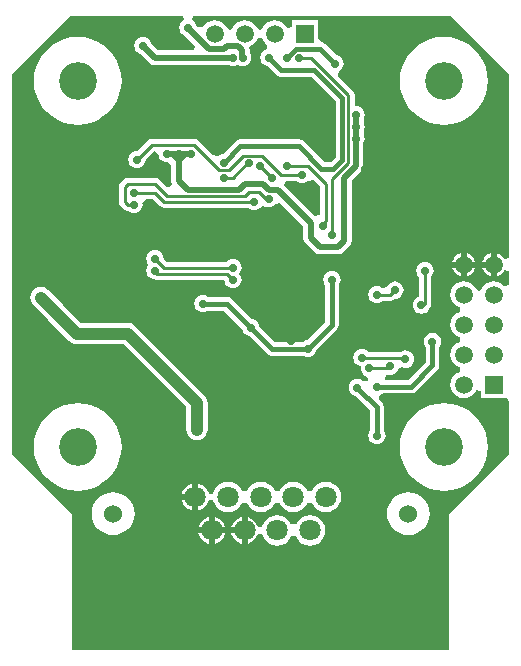
<source format=gbl>
G04*
G04 #@! TF.GenerationSoftware,Altium Limited,Altium Designer,20.0.13 (296)*
G04*
G04 Layer_Physical_Order=2*
G04 Layer_Color=16711680*
%FSLAX25Y25*%
%MOIN*%
G70*
G01*
G75*
%ADD11C,0.01000*%
%ADD12C,0.02000*%
%ADD73C,0.01500*%
%ADD74C,0.04000*%
%ADD75C,0.01700*%
%ADD76C,0.05906*%
%ADD77R,0.05906X0.05906*%
%ADD78C,0.07087*%
%ADD79C,0.06000*%
%ADD80R,0.05906X0.05906*%
%ADD81C,0.02756*%
%ADD82C,0.03150*%
%ADD83C,0.12598*%
G36*
X166000Y146500D02*
Y85178D01*
X164500Y84879D01*
X164453Y84993D01*
X163819Y85819D01*
X162993Y86453D01*
X162032Y86851D01*
X162000Y86855D01*
Y83000D01*
Y79145D01*
X162032Y79149D01*
X162993Y79547D01*
X163819Y80181D01*
X164453Y81007D01*
X164500Y81121D01*
X166000Y80822D01*
Y76262D01*
X164500Y75753D01*
X164176Y76176D01*
X163246Y76889D01*
X162162Y77338D01*
X161000Y77491D01*
X159838Y77338D01*
X158754Y76889D01*
X157824Y76176D01*
X157111Y75246D01*
X156777Y74441D01*
X156112Y74312D01*
X155888D01*
X155223Y74441D01*
X154890Y75246D01*
X154176Y76176D01*
X153246Y76889D01*
X152162Y77338D01*
X151000Y77491D01*
X149838Y77338D01*
X148754Y76889D01*
X147824Y76176D01*
X147110Y75246D01*
X146662Y74162D01*
X146509Y73000D01*
X146662Y71838D01*
X147110Y70754D01*
X147824Y69824D01*
X148754Y69111D01*
X149559Y68777D01*
X149688Y68112D01*
Y67888D01*
X149559Y67223D01*
X148754Y66890D01*
X147824Y66176D01*
X147110Y65246D01*
X146662Y64162D01*
X146509Y63000D01*
X146662Y61838D01*
X147110Y60754D01*
X147824Y59824D01*
X148754Y59110D01*
X149559Y58777D01*
X149688Y58112D01*
Y57888D01*
X149559Y57223D01*
X148754Y56889D01*
X147824Y56176D01*
X147110Y55246D01*
X146662Y54162D01*
X146509Y53000D01*
X146662Y51838D01*
X147110Y50754D01*
X147824Y49824D01*
X148754Y49110D01*
X149559Y48777D01*
X149688Y48112D01*
Y47888D01*
X149559Y47223D01*
X148754Y46889D01*
X147824Y46176D01*
X147110Y45246D01*
X146662Y44162D01*
X146509Y43000D01*
X146662Y41838D01*
X147110Y40754D01*
X147824Y39824D01*
X148754Y39110D01*
X149838Y38662D01*
X151000Y38509D01*
X152162Y38662D01*
X153246Y39110D01*
X154176Y39824D01*
X154890Y40754D01*
X155047Y41135D01*
X156547Y40837D01*
Y38547D01*
X164500D01*
X165453Y38547D01*
X166000Y37274D01*
Y20000D01*
X146000Y0D01*
Y-45500D01*
X20500D01*
Y0D01*
X500Y20000D01*
Y146500D01*
X20000Y166000D01*
X57217D01*
X57539Y164558D01*
X57530Y164500D01*
X56947Y164053D01*
X56486Y163451D01*
X56196Y162751D01*
X56097Y162000D01*
X56196Y161249D01*
X56486Y160549D01*
X56947Y159947D01*
X57549Y159486D01*
X58164Y159231D01*
X61460Y155935D01*
X60886Y154549D01*
X49056D01*
X46769Y156836D01*
X46514Y157451D01*
X46053Y158053D01*
X45451Y158514D01*
X44751Y158804D01*
X44000Y158903D01*
X43249Y158804D01*
X42549Y158514D01*
X41947Y158053D01*
X41486Y157451D01*
X41196Y156751D01*
X41097Y156000D01*
X41196Y155249D01*
X41486Y154549D01*
X41947Y153947D01*
X42549Y153486D01*
X43164Y153231D01*
X46198Y150198D01*
X47025Y149645D01*
X48000Y149451D01*
X72633D01*
X73249Y149196D01*
X74000Y149097D01*
X74751Y149196D01*
X75451Y149486D01*
X75628Y149622D01*
X75805Y149486D01*
X76505Y149196D01*
X77256Y149097D01*
X78007Y149196D01*
X78707Y149486D01*
X79308Y149947D01*
X79770Y150549D01*
X80060Y151249D01*
X80159Y152000D01*
X80060Y152751D01*
X79770Y153451D01*
X79660Y153594D01*
Y154592D01*
X79466Y155567D01*
X79543Y155819D01*
X80246Y156111D01*
X81176Y156824D01*
X81889Y157754D01*
X82223Y158559D01*
X82888Y158688D01*
X83112D01*
X83777Y158559D01*
X84110Y157754D01*
X84824Y156824D01*
X85451Y156343D01*
X85304Y155114D01*
X85144Y154761D01*
X84549Y154514D01*
X83947Y154053D01*
X83486Y153451D01*
X83196Y152751D01*
X83097Y152000D01*
X83196Y151249D01*
X83486Y150549D01*
X83947Y149947D01*
X84549Y149486D01*
X85249Y149196D01*
X85607Y149149D01*
X88378Y146378D01*
X89122Y145880D01*
X90000Y145706D01*
X100050D01*
X108206Y137550D01*
Y118950D01*
X106550Y117294D01*
X104450D01*
X97622Y124122D01*
X96878Y124619D01*
X96000Y124794D01*
X76500D01*
X75622Y124619D01*
X74878Y124122D01*
X70607Y119851D01*
X70249Y119804D01*
X69549Y119514D01*
X68947Y119053D01*
X67393Y119491D01*
X62442Y124442D01*
X61780Y124884D01*
X61000Y125039D01*
X47000D01*
X46220Y124884D01*
X45558Y124442D01*
X42017Y120901D01*
X42000Y120903D01*
X41249Y120804D01*
X40549Y120514D01*
X39947Y120053D01*
X39486Y119451D01*
X39196Y118751D01*
X39097Y118000D01*
X39196Y117249D01*
X39486Y116549D01*
X39947Y115947D01*
X40549Y115486D01*
X41249Y115196D01*
X42000Y115097D01*
X42751Y115196D01*
X43451Y115486D01*
X44053Y115947D01*
X44514Y116549D01*
X44804Y117249D01*
X44903Y118000D01*
X44901Y118017D01*
X47690Y120807D01*
X48159Y120720D01*
X49097Y120000D01*
X49196Y119249D01*
X49486Y118549D01*
X49947Y117947D01*
X50549Y117486D01*
X51249Y117196D01*
X52000Y117097D01*
X52015Y117099D01*
X53330Y116092D01*
X53451Y115862D01*
Y111000D01*
X53645Y110025D01*
X52600Y108888D01*
X52107Y108777D01*
X49442Y111442D01*
X48780Y111884D01*
X48000Y112039D01*
X39000D01*
X38220Y111884D01*
X37558Y111442D01*
X36558Y110442D01*
X36116Y109780D01*
X35961Y109000D01*
Y104000D01*
X36116Y103220D01*
X36558Y102558D01*
X37523Y101593D01*
X38185Y101151D01*
X38900Y101009D01*
X38947Y100947D01*
X39549Y100486D01*
X40249Y100196D01*
X41000Y100097D01*
X41751Y100196D01*
X42451Y100486D01*
X43053Y100947D01*
X43514Y101549D01*
X43804Y102249D01*
X43903Y103000D01*
X43842Y103461D01*
X44261Y104243D01*
X44927Y104961D01*
X47155D01*
X49558Y102558D01*
X50220Y102116D01*
X51000Y101961D01*
X78937D01*
X78947Y101947D01*
X79549Y101486D01*
X80249Y101196D01*
X81000Y101097D01*
X81751Y101196D01*
X82451Y101486D01*
X83053Y101947D01*
X83580Y102537D01*
X85029Y102287D01*
X85249Y102196D01*
X86000Y102097D01*
X86751Y102196D01*
X87451Y102486D01*
X88053Y102947D01*
X88171Y103102D01*
X89610Y103402D01*
X90052Y103343D01*
X97451Y95944D01*
Y92000D01*
X97645Y91025D01*
X98198Y90198D01*
X101198Y87198D01*
X102024Y86645D01*
X103000Y86451D01*
X109000D01*
X109976Y86645D01*
X110802Y87198D01*
X112802Y89198D01*
X113355Y90025D01*
X113549Y91000D01*
Y110944D01*
X116707Y114102D01*
X117259Y114929D01*
X117453Y115904D01*
Y123470D01*
X117514Y123549D01*
X117804Y124249D01*
X117903Y125000D01*
X117804Y125751D01*
X117549Y126367D01*
Y127633D01*
X117804Y128249D01*
X117903Y129000D01*
X117804Y129751D01*
X117549Y130367D01*
Y131633D01*
X117804Y132249D01*
X117903Y133000D01*
X117804Y133751D01*
X117514Y134451D01*
X117053Y135053D01*
X116451Y135514D01*
X115751Y135804D01*
X115000Y135903D01*
X114539Y136307D01*
Y139500D01*
X114384Y140280D01*
X113942Y140942D01*
X109091Y145792D01*
X109080Y145839D01*
X109450Y147479D01*
X109490Y147515D01*
X110053Y147947D01*
X110514Y148549D01*
X110804Y149249D01*
X110903Y150000D01*
X110804Y150751D01*
X110514Y151451D01*
X110053Y152053D01*
X109451Y152514D01*
X108751Y152804D01*
X108559Y152829D01*
X104694Y156694D01*
X103917Y157214D01*
X103000Y157396D01*
X102453Y158697D01*
Y164453D01*
X93547D01*
Y162163D01*
X92047Y161865D01*
X91890Y162246D01*
X91176Y163176D01*
X90246Y163890D01*
X89162Y164338D01*
X88000Y164491D01*
X86838Y164338D01*
X85754Y163890D01*
X84824Y163176D01*
X84110Y162246D01*
X83777Y161441D01*
X83112Y161312D01*
X82888D01*
X82223Y161441D01*
X81889Y162246D01*
X81176Y163176D01*
X80246Y163890D01*
X79162Y164338D01*
X78000Y164491D01*
X76838Y164338D01*
X75754Y163890D01*
X74824Y163176D01*
X74111Y162246D01*
X73777Y161441D01*
X73112Y161312D01*
X72888D01*
X72223Y161441D01*
X71890Y162246D01*
X71176Y163176D01*
X70246Y163890D01*
X69162Y164338D01*
X68000Y164491D01*
X66838Y164338D01*
X65754Y163890D01*
X64824Y163176D01*
X64271Y162455D01*
X63625Y162219D01*
X62450Y162155D01*
X61769Y162836D01*
X61514Y163451D01*
X61053Y164053D01*
X60470Y164500D01*
X60461Y164558D01*
X60783Y166000D01*
X146500D01*
X166000Y146500D01*
D02*
G37*
G36*
X100971Y111146D02*
X102961Y109155D01*
Y99695D01*
X102809Y99578D01*
X101461Y99144D01*
X91144Y109461D01*
X91578Y110809D01*
X91695Y110961D01*
X94937D01*
X94947Y110947D01*
X95549Y110486D01*
X96249Y110196D01*
X97000Y110097D01*
X97751Y110196D01*
X98451Y110486D01*
X99053Y110947D01*
X100700Y111220D01*
X100971Y111146D01*
D02*
G37*
%LPC*%
G36*
X144291Y158935D02*
X142001Y158755D01*
X139766Y158218D01*
X137643Y157339D01*
X135684Y156138D01*
X133937Y154646D01*
X132444Y152899D01*
X131244Y150939D01*
X130365Y148817D01*
X129828Y146582D01*
X129648Y144291D01*
X129828Y142001D01*
X130365Y139766D01*
X131244Y137643D01*
X132444Y135684D01*
X133937Y133937D01*
X135684Y132444D01*
X137643Y131244D01*
X139766Y130365D01*
X142001Y129828D01*
X144291Y129648D01*
X146582Y129828D01*
X148817Y130365D01*
X150939Y131244D01*
X152899Y132444D01*
X154646Y133937D01*
X156138Y135684D01*
X157339Y137643D01*
X158218Y139766D01*
X158755Y142001D01*
X158935Y144291D01*
X158755Y146582D01*
X158218Y148817D01*
X157339Y150939D01*
X156138Y152899D01*
X154646Y154646D01*
X152899Y156138D01*
X150939Y157339D01*
X148817Y158218D01*
X146582Y158755D01*
X144291Y158935D01*
D02*
G37*
G36*
X22244D02*
X19953Y158755D01*
X17719Y158218D01*
X15596Y157339D01*
X13637Y156138D01*
X11890Y154646D01*
X10397Y152899D01*
X9197Y150939D01*
X8317Y148817D01*
X7781Y146582D01*
X7600Y144291D01*
X7781Y142001D01*
X8317Y139766D01*
X9197Y137643D01*
X10397Y135684D01*
X11890Y133937D01*
X13637Y132444D01*
X15596Y131244D01*
X17719Y130365D01*
X19953Y129828D01*
X22244Y129648D01*
X24535Y129828D01*
X26769Y130365D01*
X28892Y131244D01*
X30851Y132444D01*
X32599Y133937D01*
X34091Y135684D01*
X35292Y137643D01*
X36171Y139766D01*
X36707Y142001D01*
X36888Y144291D01*
X36707Y146582D01*
X36171Y148817D01*
X35292Y150939D01*
X34091Y152899D01*
X32599Y154646D01*
X30851Y156138D01*
X28892Y157339D01*
X26769Y158218D01*
X24535Y158755D01*
X22244Y158935D01*
D02*
G37*
G36*
X152000Y86855D02*
Y84000D01*
X154855D01*
X154851Y84032D01*
X154453Y84993D01*
X153819Y85819D01*
X152993Y86453D01*
X152032Y86851D01*
X152000Y86855D01*
D02*
G37*
G36*
X160000D02*
X159968Y86851D01*
X159007Y86453D01*
X158181Y85819D01*
X157547Y84993D01*
X157149Y84032D01*
X157145Y84000D01*
X160000D01*
Y86855D01*
D02*
G37*
G36*
X150000D02*
X149968Y86851D01*
X149007Y86453D01*
X148181Y85819D01*
X147547Y84993D01*
X147149Y84032D01*
X147145Y84000D01*
X150000D01*
Y86855D01*
D02*
G37*
G36*
X154855Y82000D02*
X152000D01*
Y79145D01*
X152032Y79149D01*
X152993Y79547D01*
X153819Y80181D01*
X154453Y81007D01*
X154851Y81968D01*
X154855Y82000D01*
D02*
G37*
G36*
X160000D02*
X157145D01*
X157149Y81968D01*
X157547Y81007D01*
X158181Y80181D01*
X159007Y79547D01*
X159968Y79149D01*
X160000Y79145D01*
Y82000D01*
D02*
G37*
G36*
X150000D02*
X147145D01*
X147149Y81968D01*
X147547Y81007D01*
X148181Y80181D01*
X149007Y79547D01*
X149968Y79149D01*
X150000Y79145D01*
Y82000D01*
D02*
G37*
G36*
X128000Y77403D02*
X127249Y77304D01*
X126549Y77014D01*
X125947Y76553D01*
X125486Y75951D01*
X125345Y75610D01*
X125282Y75583D01*
X124104Y75307D01*
X123693Y75328D01*
X123451Y75514D01*
X122751Y75804D01*
X122000Y75903D01*
X121249Y75804D01*
X120549Y75514D01*
X119947Y75053D01*
X119486Y74451D01*
X119196Y73751D01*
X119097Y73000D01*
X119196Y72249D01*
X119486Y71549D01*
X119947Y70947D01*
X120549Y70486D01*
X121249Y70196D01*
X122000Y70097D01*
X122751Y70196D01*
X123451Y70486D01*
X124053Y70947D01*
X124063Y70961D01*
X126500D01*
X127280Y71116D01*
X127942Y71558D01*
X127983Y71599D01*
X128000Y71597D01*
X128751Y71696D01*
X129451Y71986D01*
X130053Y72447D01*
X130514Y73049D01*
X130804Y73749D01*
X130903Y74500D01*
X130804Y75251D01*
X130514Y75951D01*
X130053Y76553D01*
X129451Y77014D01*
X128751Y77304D01*
X128000Y77403D01*
D02*
G37*
G36*
X48000Y87903D02*
X47249Y87804D01*
X46549Y87514D01*
X45947Y87053D01*
X45486Y86451D01*
X45196Y85751D01*
X45097Y85000D01*
X45196Y84249D01*
X45486Y83549D01*
X45907Y83000D01*
X45486Y82451D01*
X45196Y81751D01*
X45097Y81000D01*
X45196Y80249D01*
X45486Y79549D01*
X45947Y78947D01*
X46549Y78486D01*
X47249Y78196D01*
X47793Y78124D01*
X47805Y78116D01*
X48586Y77961D01*
X71085D01*
X71105Y77941D01*
X71196Y77249D01*
X71486Y76549D01*
X71947Y75947D01*
X72549Y75486D01*
X73249Y75196D01*
X74000Y75097D01*
X74751Y75196D01*
X75451Y75486D01*
X76053Y75947D01*
X76514Y76549D01*
X76804Y77249D01*
X76903Y78000D01*
X76804Y78751D01*
X76514Y79451D01*
X76093Y80000D01*
X76514Y80549D01*
X76804Y81249D01*
X76903Y82000D01*
X76804Y82751D01*
X76514Y83451D01*
X76053Y84053D01*
X75451Y84514D01*
X74751Y84804D01*
X74000Y84903D01*
X73249Y84804D01*
X72549Y84514D01*
X71947Y84053D01*
X71937Y84039D01*
X51956D01*
X50903Y85000D01*
X50804Y85751D01*
X50514Y86451D01*
X50053Y87053D01*
X49451Y87514D01*
X48751Y87804D01*
X48000Y87903D01*
D02*
G37*
G36*
X138000Y83903D02*
X137249Y83804D01*
X136549Y83514D01*
X135947Y83053D01*
X135486Y82451D01*
X135196Y81751D01*
X135097Y81000D01*
X135196Y80249D01*
X135486Y79549D01*
X135947Y78947D01*
X135961Y78937D01*
Y72312D01*
X135356Y72061D01*
X134755Y71600D01*
X134293Y70999D01*
X134003Y70298D01*
X133904Y69547D01*
X134003Y68796D01*
X134293Y68096D01*
X134755Y67495D01*
X135356Y67033D01*
X136056Y66743D01*
X136807Y66645D01*
X137558Y66743D01*
X138259Y67033D01*
X138860Y67495D01*
X139321Y68096D01*
X139611Y68796D01*
X139613Y68815D01*
X139884Y69220D01*
X140039Y70000D01*
Y78937D01*
X140053Y78947D01*
X140514Y79549D01*
X140804Y80249D01*
X140903Y81000D01*
X140804Y81751D01*
X140514Y82451D01*
X140053Y83053D01*
X139451Y83514D01*
X138751Y83804D01*
X138000Y83903D01*
D02*
G37*
G36*
X107000Y80903D02*
X106249Y80804D01*
X105549Y80514D01*
X104947Y80053D01*
X104486Y79451D01*
X104196Y78751D01*
X104097Y78000D01*
X104196Y77249D01*
X104486Y76549D01*
X104706Y76262D01*
Y63950D01*
X98607Y57851D01*
X98249Y57804D01*
X97549Y57514D01*
X97262Y57294D01*
X87950D01*
X82851Y62393D01*
X82804Y62751D01*
X82514Y63451D01*
X82053Y64053D01*
X81451Y64514D01*
X80751Y64804D01*
X80393Y64851D01*
X73622Y71622D01*
X72878Y72119D01*
X72000Y72294D01*
X65738D01*
X65451Y72514D01*
X64751Y72804D01*
X64000Y72903D01*
X63249Y72804D01*
X62549Y72514D01*
X61947Y72053D01*
X61486Y71451D01*
X61196Y70751D01*
X61097Y70000D01*
X61196Y69249D01*
X61486Y68549D01*
X61947Y67947D01*
X62549Y67486D01*
X63249Y67196D01*
X64000Y67097D01*
X64751Y67196D01*
X65451Y67486D01*
X65738Y67706D01*
X71050D01*
X77149Y61607D01*
X77196Y61249D01*
X77486Y60549D01*
X77947Y59947D01*
X78549Y59486D01*
X79249Y59196D01*
X79607Y59149D01*
X85378Y53378D01*
X86122Y52881D01*
X87000Y52706D01*
X97262D01*
X97549Y52486D01*
X98249Y52196D01*
X99000Y52097D01*
X99751Y52196D01*
X100451Y52486D01*
X101053Y52947D01*
X101514Y53549D01*
X101804Y54249D01*
X101851Y54607D01*
X108622Y61378D01*
X109119Y62122D01*
X109294Y63000D01*
Y76262D01*
X109514Y76549D01*
X109804Y77249D01*
X109903Y78000D01*
X109804Y78751D01*
X109514Y79451D01*
X109053Y80053D01*
X108451Y80514D01*
X107751Y80804D01*
X107000Y80903D01*
D02*
G37*
G36*
X140500Y60198D02*
X139749Y60099D01*
X139049Y59809D01*
X138447Y59347D01*
X137986Y58746D01*
X137696Y58046D01*
X137597Y57295D01*
X137696Y56543D01*
X137986Y55843D01*
X138206Y55557D01*
Y50450D01*
X132404Y44648D01*
X124831D01*
X124579Y44927D01*
X125000Y46180D01*
X125315Y46349D01*
X125560Y46248D01*
X126311Y46149D01*
X127063Y46248D01*
X127763Y46538D01*
X128364Y46999D01*
X128825Y47600D01*
X128962Y47929D01*
X129430Y48385D01*
X130684Y48723D01*
X130749Y48696D01*
X131500Y48597D01*
X132251Y48696D01*
X132951Y48986D01*
X133553Y49447D01*
X134014Y50049D01*
X134304Y50749D01*
X134403Y51500D01*
X134304Y52251D01*
X134014Y52951D01*
X133553Y53553D01*
X132951Y54014D01*
X132251Y54304D01*
X131500Y54403D01*
X130749Y54304D01*
X130110Y54039D01*
X119063D01*
X119053Y54053D01*
X118451Y54514D01*
X117751Y54804D01*
X117000Y54903D01*
X116249Y54804D01*
X115549Y54514D01*
X114947Y54053D01*
X114486Y53451D01*
X114196Y52751D01*
X114097Y52000D01*
X114196Y51249D01*
X114486Y50549D01*
X114947Y49947D01*
X115549Y49486D01*
X116249Y49196D01*
X116681Y49139D01*
X116597Y48500D01*
X116696Y47749D01*
X116986Y47049D01*
X117447Y46447D01*
X118049Y45986D01*
X118383Y45848D01*
X118922Y44765D01*
X119006Y44315D01*
X118126Y44156D01*
X117339Y44216D01*
X116951Y44514D01*
X116251Y44804D01*
X115500Y44903D01*
X114749Y44804D01*
X114049Y44514D01*
X113447Y44053D01*
X112986Y43451D01*
X112696Y42751D01*
X112597Y42000D01*
X112696Y41249D01*
X112986Y40549D01*
X113447Y39947D01*
X114049Y39486D01*
X114749Y39196D01*
X115107Y39149D01*
X119706Y34550D01*
Y27738D01*
X119486Y27451D01*
X119196Y26751D01*
X119097Y26000D01*
X119196Y25249D01*
X119486Y24549D01*
X119947Y23947D01*
X120549Y23486D01*
X121249Y23196D01*
X122000Y23097D01*
X122751Y23196D01*
X123451Y23486D01*
X124053Y23947D01*
X124514Y24549D01*
X124804Y25249D01*
X124903Y26000D01*
X124804Y26751D01*
X124514Y27451D01*
X124294Y27738D01*
Y35500D01*
X124119Y36378D01*
X123622Y37122D01*
X122729Y38015D01*
X122806Y38722D01*
X123193Y39673D01*
X123597Y39840D01*
X123883Y40060D01*
X133354D01*
X134232Y40235D01*
X134976Y40732D01*
X142122Y47878D01*
X142620Y48622D01*
X142794Y49500D01*
Y55557D01*
X143014Y55843D01*
X143304Y56543D01*
X143403Y57295D01*
X143304Y58046D01*
X143014Y58746D01*
X142553Y59347D01*
X141951Y59809D01*
X141251Y60099D01*
X140500Y60198D01*
D02*
G37*
G36*
X10000Y75530D02*
X9086Y75410D01*
X8235Y75057D01*
X7504Y74496D01*
X6943Y73765D01*
X6590Y72914D01*
X6470Y72000D01*
X6590Y71086D01*
X6943Y70235D01*
X7504Y69504D01*
X10254Y66754D01*
X12504Y64504D01*
X19504Y57504D01*
X19504Y57504D01*
X20235Y56943D01*
X21086Y56590D01*
X22000Y56470D01*
X37538D01*
X58470Y35538D01*
Y31000D01*
Y28000D01*
X58590Y27086D01*
X58943Y26235D01*
X59504Y25504D01*
X60235Y24943D01*
X61086Y24590D01*
X62000Y24470D01*
X62914Y24590D01*
X63765Y24943D01*
X64496Y25504D01*
X65057Y26235D01*
X65410Y27086D01*
X65530Y28000D01*
Y31000D01*
Y34000D01*
Y37000D01*
X65410Y37914D01*
X65057Y38765D01*
X64496Y39496D01*
X41496Y62496D01*
X40765Y63057D01*
X39914Y63410D01*
X39000Y63530D01*
X23462D01*
X17496Y69496D01*
X15246Y71746D01*
X12496Y74496D01*
X11765Y75057D01*
X10914Y75410D01*
X10000Y75530D01*
D02*
G37*
G36*
X104968Y10687D02*
X103651Y10514D01*
X102424Y10005D01*
X101371Y9197D01*
X100562Y8143D01*
X100380Y7702D01*
X98756D01*
X98573Y8143D01*
X97765Y9197D01*
X96711Y10005D01*
X95484Y10514D01*
X94168Y10687D01*
X92851Y10514D01*
X91624Y10005D01*
X90571Y9197D01*
X89762Y8143D01*
X89530Y7581D01*
X87906D01*
X87673Y8143D01*
X86865Y9197D01*
X85811Y10005D01*
X84584Y10514D01*
X83268Y10687D01*
X81951Y10514D01*
X80724Y10005D01*
X79671Y9197D01*
X78862Y8143D01*
X78629Y7581D01*
X77006D01*
X76773Y8143D01*
X75965Y9197D01*
X74911Y10005D01*
X73684Y10514D01*
X72368Y10687D01*
X71051Y10514D01*
X69824Y10005D01*
X68771Y9197D01*
X67962Y8143D01*
X67454Y6917D01*
X67422Y6672D01*
X65909Y6672D01*
X65894Y6786D01*
X65436Y7891D01*
X64708Y8840D01*
X63759Y9569D01*
X62654Y10026D01*
X62468Y10051D01*
Y5600D01*
Y1149D01*
X62654Y1174D01*
X63759Y1631D01*
X64708Y2360D01*
X65436Y3309D01*
X65894Y4414D01*
X65909Y4528D01*
X67422Y4528D01*
X67454Y4283D01*
X67962Y3057D01*
X68771Y2003D01*
X69824Y1195D01*
X71051Y686D01*
X72368Y513D01*
X73684Y686D01*
X74911Y1195D01*
X75965Y2003D01*
X76773Y3057D01*
X77006Y3619D01*
X78629D01*
X78862Y3057D01*
X79671Y2003D01*
X80724Y1195D01*
X81951Y686D01*
X83268Y513D01*
X84584Y686D01*
X85811Y1195D01*
X86865Y2003D01*
X87673Y3057D01*
X87906Y3619D01*
X89530D01*
X89762Y3057D01*
X90571Y2003D01*
X91624Y1195D01*
X92851Y686D01*
X94168Y513D01*
X95484Y686D01*
X96711Y1195D01*
X97765Y2003D01*
X98573Y3057D01*
X98756Y3498D01*
X100380D01*
X100562Y3057D01*
X101371Y2003D01*
X102424Y1195D01*
X103651Y686D01*
X104968Y513D01*
X106284Y686D01*
X107511Y1195D01*
X108565Y2003D01*
X109373Y3057D01*
X109881Y4283D01*
X110055Y5600D01*
X109881Y6917D01*
X109373Y8143D01*
X108565Y9197D01*
X107511Y10005D01*
X106284Y10514D01*
X104968Y10687D01*
D02*
G37*
G36*
X144291Y36888D02*
X142001Y36707D01*
X139766Y36171D01*
X137643Y35292D01*
X135684Y34091D01*
X133937Y32599D01*
X132444Y30851D01*
X131244Y28892D01*
X130365Y26769D01*
X129828Y24535D01*
X129648Y22244D01*
X129828Y19953D01*
X130365Y17719D01*
X131244Y15596D01*
X132444Y13637D01*
X133937Y11890D01*
X135684Y10397D01*
X137643Y9197D01*
X139766Y8317D01*
X142001Y7781D01*
X144291Y7600D01*
X146582Y7781D01*
X148817Y8317D01*
X150939Y9197D01*
X152899Y10397D01*
X154646Y11890D01*
X156138Y13637D01*
X157339Y15596D01*
X158218Y17719D01*
X158755Y19953D01*
X158935Y22244D01*
X158755Y24535D01*
X158218Y26769D01*
X157339Y28892D01*
X156138Y30851D01*
X154646Y32599D01*
X152899Y34091D01*
X150939Y35292D01*
X148817Y36171D01*
X146582Y36707D01*
X144291Y36888D01*
D02*
G37*
G36*
X22244D02*
X19953Y36707D01*
X17719Y36171D01*
X15596Y35292D01*
X13637Y34091D01*
X11890Y32599D01*
X10397Y30851D01*
X9197Y28892D01*
X8317Y26769D01*
X7781Y24535D01*
X7600Y22244D01*
X7781Y19953D01*
X8317Y17719D01*
X9197Y15596D01*
X10397Y13637D01*
X11890Y11890D01*
X13637Y10397D01*
X15596Y9197D01*
X17719Y8317D01*
X19953Y7781D01*
X22244Y7600D01*
X24535Y7781D01*
X26769Y8317D01*
X28892Y9197D01*
X30851Y10397D01*
X32599Y11890D01*
X34091Y13637D01*
X35292Y15596D01*
X36171Y17719D01*
X36707Y19953D01*
X36888Y22244D01*
X36707Y24535D01*
X36171Y26769D01*
X35292Y28892D01*
X34091Y30851D01*
X32599Y32599D01*
X30851Y34091D01*
X28892Y35292D01*
X26769Y36171D01*
X24535Y36707D01*
X22244Y36888D01*
D02*
G37*
G36*
X60468Y10051D02*
X60282Y10026D01*
X59176Y9569D01*
X58227Y8840D01*
X57499Y7891D01*
X57041Y6786D01*
X57017Y6600D01*
X60468D01*
Y10051D01*
D02*
G37*
G36*
Y4600D02*
X57017D01*
X57041Y4414D01*
X57499Y3309D01*
X58227Y2360D01*
X59176Y1631D01*
X60282Y1174D01*
X60468Y1149D01*
Y4600D01*
D02*
G37*
G36*
X99668Y-513D02*
X98351Y-686D01*
X97124Y-1195D01*
X96071Y-2003D01*
X95262Y-3057D01*
X95029Y-3619D01*
X93406D01*
X93173Y-3057D01*
X92365Y-2003D01*
X91311Y-1195D01*
X90084Y-686D01*
X88768Y-513D01*
X87451Y-686D01*
X86224Y-1195D01*
X85171Y-2003D01*
X84362Y-3057D01*
X83854Y-4283D01*
X83822Y-4528D01*
X82309Y-4528D01*
X82294Y-4414D01*
X81836Y-3309D01*
X81108Y-2360D01*
X80159Y-1631D01*
X79054Y-1174D01*
X78868Y-1149D01*
Y-5600D01*
Y-10051D01*
X79054Y-10026D01*
X80159Y-9569D01*
X81108Y-8840D01*
X81836Y-7891D01*
X82294Y-6786D01*
X82309Y-6672D01*
X83822Y-6672D01*
X83854Y-6917D01*
X84362Y-8143D01*
X85171Y-9197D01*
X86224Y-10005D01*
X87451Y-10514D01*
X88768Y-10687D01*
X90084Y-10514D01*
X91311Y-10005D01*
X92365Y-9197D01*
X93173Y-8143D01*
X93406Y-7581D01*
X95029D01*
X95262Y-8143D01*
X96071Y-9197D01*
X97124Y-10005D01*
X98351Y-10514D01*
X99668Y-10687D01*
X100984Y-10514D01*
X102211Y-10005D01*
X103265Y-9197D01*
X104073Y-8143D01*
X104581Y-6917D01*
X104754Y-5600D01*
X104581Y-4283D01*
X104073Y-3057D01*
X103265Y-2003D01*
X102211Y-1195D01*
X100984Y-686D01*
X99668Y-513D01*
D02*
G37*
G36*
X76868Y-1149D02*
X76682Y-1174D01*
X75577Y-1631D01*
X74627Y-2360D01*
X73899Y-3309D01*
X73441Y-4414D01*
X73417Y-4600D01*
X76868D01*
Y-1149D01*
D02*
G37*
G36*
X67968D02*
Y-4600D01*
X71419D01*
X71394Y-4414D01*
X70936Y-3309D01*
X70208Y-2360D01*
X69259Y-1631D01*
X68154Y-1174D01*
X67968Y-1149D01*
D02*
G37*
G36*
X65968D02*
X65782Y-1174D01*
X64676Y-1631D01*
X63727Y-2360D01*
X62999Y-3309D01*
X62541Y-4414D01*
X62517Y-4600D01*
X65968D01*
Y-1149D01*
D02*
G37*
G36*
X132468Y7134D02*
X131076Y6997D01*
X129737Y6591D01*
X128504Y5932D01*
X127423Y5045D01*
X126536Y3964D01*
X125876Y2730D01*
X125470Y1392D01*
X125333Y0D01*
X125470Y-1392D01*
X125876Y-2730D01*
X126536Y-3964D01*
X127423Y-5045D01*
X128504Y-5932D01*
X129737Y-6591D01*
X131076Y-6997D01*
X132468Y-7134D01*
X133860Y-6997D01*
X135198Y-6591D01*
X136431Y-5932D01*
X137513Y-5045D01*
X138400Y-3964D01*
X139059Y-2730D01*
X139465Y-1392D01*
X139602Y0D01*
X139465Y1392D01*
X139059Y2730D01*
X138400Y3964D01*
X137513Y5045D01*
X136431Y5932D01*
X135198Y6591D01*
X133860Y6997D01*
X132468Y7134D01*
D02*
G37*
G36*
X34068D02*
X32676Y6997D01*
X31337Y6591D01*
X30104Y5932D01*
X29023Y5045D01*
X28136Y3964D01*
X27476Y2730D01*
X27070Y1392D01*
X26933Y0D01*
X27070Y-1392D01*
X27476Y-2730D01*
X28136Y-3964D01*
X29023Y-5045D01*
X30104Y-5932D01*
X31337Y-6591D01*
X32676Y-6997D01*
X34068Y-7134D01*
X35460Y-6997D01*
X36798Y-6591D01*
X38031Y-5932D01*
X39112Y-5045D01*
X40000Y-3964D01*
X40659Y-2730D01*
X41065Y-1392D01*
X41202Y0D01*
X41065Y1392D01*
X40659Y2730D01*
X40000Y3964D01*
X39112Y5045D01*
X38031Y5932D01*
X36798Y6591D01*
X35460Y6997D01*
X34068Y7134D01*
D02*
G37*
G36*
X76868Y-6600D02*
X73417D01*
X73441Y-6786D01*
X73899Y-7891D01*
X74627Y-8840D01*
X75577Y-9569D01*
X76682Y-10026D01*
X76868Y-10051D01*
Y-6600D01*
D02*
G37*
G36*
X71419D02*
X67968D01*
Y-10051D01*
X68154Y-10026D01*
X69259Y-9569D01*
X70208Y-8840D01*
X70936Y-7891D01*
X71394Y-6786D01*
X71419Y-6600D01*
D02*
G37*
G36*
X65968D02*
X62517D01*
X62541Y-6786D01*
X62999Y-7891D01*
X63727Y-8840D01*
X64676Y-9569D01*
X65782Y-10026D01*
X65968Y-10051D01*
Y-6600D01*
D02*
G37*
%LPD*%
D11*
X126500Y73000D02*
X128000Y74500D01*
X122000Y73000D02*
X126500D01*
X100035Y151965D02*
X112500Y139500D01*
X107000Y111500D02*
X112500Y117000D01*
Y139500D01*
X107000Y93000D02*
Y111500D01*
X77250Y119250D02*
X83750D01*
X90000Y113000D01*
X79294Y116736D02*
X79429Y116872D01*
X74000Y112000D02*
X78736Y116736D01*
X79294D01*
X72622Y114622D02*
X77250Y119250D01*
X83000Y116000D02*
X87000Y112000D01*
X131000Y52000D02*
X131500Y51500D01*
X117000Y52000D02*
X131000D01*
X125760Y48500D02*
X126311Y49051D01*
X119500Y48500D02*
X125760D01*
X99000Y116000D02*
X105000Y110000D01*
X104000Y96000D02*
Y96464D01*
X105000Y97464D01*
Y110000D01*
X48000D02*
X52000Y106000D01*
X38000Y109000D02*
X39000Y110000D01*
X48000D01*
X38000Y104000D02*
Y109000D01*
X41000Y107000D02*
X48000D01*
X51000Y104000D01*
X138000Y70000D02*
Y81000D01*
X79318Y107318D02*
X82682D01*
X85664Y105336D02*
X86000Y105000D01*
X82682Y107318D02*
X84664Y105336D01*
X85664D01*
X78000Y106000D02*
X79318Y107318D01*
X52000Y106000D02*
X78000D01*
X71000Y112000D02*
X74000D01*
X90000Y113000D02*
X97000D01*
X92000Y116000D02*
X99000D01*
X51000Y104000D02*
X81000D01*
X69378Y114622D02*
X72622D01*
X61000Y123000D02*
X69378Y114622D01*
X47000Y123000D02*
X61000D01*
X42000Y118000D02*
X47000Y123000D01*
X95965Y151965D02*
X100035D01*
X48000Y80586D02*
Y81000D01*
Y80586D02*
X48586Y80000D01*
X48000Y85000D02*
X51000Y82000D01*
X74000D01*
X73930Y78000D02*
X74000D01*
X71930Y80000D02*
X73930Y78000D01*
X48586Y80000D02*
X71930D01*
X38000Y104000D02*
X38965Y103035D01*
X40965D02*
X41000Y103000D01*
X38965Y103035D02*
X40965D01*
D12*
X114904Y115904D02*
Y124904D01*
X111000Y91000D02*
Y112000D01*
X114904Y115904D01*
Y124904D02*
X115000Y125000D01*
X54000Y120000D02*
X56000Y118000D01*
X58000Y120000D01*
X115000Y125000D02*
Y129000D01*
X109000Y89000D02*
X111000Y91000D01*
X103000Y89000D02*
X109000D01*
X89000Y108000D02*
X100000Y97000D01*
X84000Y110000D02*
X86000Y108000D01*
X89000D01*
X100000Y92000D02*
Y97000D01*
Y92000D02*
X103000Y89000D01*
X78000Y110000D02*
X84000D01*
X59000Y108000D02*
X76000D01*
X78000Y110000D01*
X56000Y111000D02*
X59000Y108000D01*
X115000Y129000D02*
Y133000D01*
X54000Y120000D02*
X56000D01*
X52000D02*
X54000D01*
X56000Y118000D02*
Y120000D01*
Y111000D02*
Y118000D01*
X58000Y120000D02*
X60000D01*
X56000D02*
X58000D01*
X71000Y155000D02*
X72000Y156000D01*
X77111Y152145D02*
Y154592D01*
X72000Y156000D02*
X75703D01*
X77111Y154592D01*
X66000Y155000D02*
X71000D01*
X77111Y152145D02*
X77256Y152000D01*
X44000Y156000D02*
X48000Y152000D01*
X74000D01*
X59000Y162000D02*
X66000Y155000D01*
D73*
X107000Y63000D02*
Y78000D01*
X122000Y26000D02*
Y35500D01*
X115500Y42000D02*
X122000Y35500D01*
X101000Y148000D02*
X110500Y138500D01*
X107500Y115000D02*
X110500Y118000D01*
Y138500D01*
X96000Y122500D02*
X103500Y115000D01*
X76500Y122500D02*
X96000D01*
X103500Y115000D02*
X107500D01*
X71000Y117000D02*
X76500Y122500D01*
X133354Y42354D02*
X140500Y49500D01*
Y57295D01*
X122146Y42354D02*
X133354D01*
X66349Y141000D02*
X66468Y141119D01*
X99000Y55000D02*
X107000Y63000D01*
X87000Y55000D02*
X99000D01*
X80000Y62000D02*
X87000Y55000D01*
X64000Y70000D02*
X72000D01*
X80000Y62000D01*
X90000Y148000D02*
X101000D01*
X86000Y152000D02*
X90000Y148000D01*
D74*
X62000Y34000D02*
Y37000D01*
Y31000D02*
Y34000D01*
X39000Y60000D02*
X62000Y37000D01*
X22000Y60000D02*
X39000D01*
X12750Y69250D02*
X15000Y67000D01*
X22000Y60000D01*
X10000Y72000D02*
X12750Y69250D01*
X62000Y28000D02*
Y31000D01*
D75*
X92000Y152000D02*
X95000Y155000D01*
X103000D02*
X108000Y150000D01*
X95000Y155000D02*
X103000D01*
D76*
X161000Y83000D02*
D03*
X151000D02*
D03*
Y63000D02*
D03*
X161000D02*
D03*
X151000Y53000D02*
D03*
X161000D02*
D03*
X151000Y43000D02*
D03*
X161000Y73000D02*
D03*
X151000D02*
D03*
X88000Y160000D02*
D03*
X78000D02*
D03*
X68000D02*
D03*
D77*
X161000Y43000D02*
D03*
D78*
X99668Y-5600D02*
D03*
X88768D02*
D03*
X66968D02*
D03*
X77868D02*
D03*
X61468Y5600D02*
D03*
X72368D02*
D03*
X104968D02*
D03*
X94168D02*
D03*
X83268D02*
D03*
D79*
X132468Y0D02*
D03*
X34068D02*
D03*
D80*
X98000Y160000D02*
D03*
D81*
X128000Y74500D02*
D03*
X122000Y73000D02*
D03*
X154500Y98000D02*
D03*
X107000Y78000D02*
D03*
X112637Y70622D02*
D03*
X116000Y81000D02*
D03*
Y86000D02*
D03*
X154500Y88500D02*
D03*
X93423Y57695D02*
D03*
X122000Y26000D02*
D03*
X115500Y42000D02*
D03*
X135077Y-15731D02*
D03*
X125654D02*
D03*
X116231D02*
D03*
X106808D02*
D03*
X97385D02*
D03*
X59692D02*
D03*
X50269D02*
D03*
X40846D02*
D03*
X31423D02*
D03*
X22000D02*
D03*
X135077Y-25154D02*
D03*
X125654D02*
D03*
X116231D02*
D03*
X106808D02*
D03*
X97385D02*
D03*
X87962D02*
D03*
X78538D02*
D03*
X69115D02*
D03*
X59692D02*
D03*
X50269D02*
D03*
X40846D02*
D03*
X31423D02*
D03*
X22000D02*
D03*
X135077Y-34577D02*
D03*
X125654D02*
D03*
X116231D02*
D03*
X106808D02*
D03*
X97385D02*
D03*
X87962D02*
D03*
X78538D02*
D03*
X69115D02*
D03*
X59692D02*
D03*
X50269D02*
D03*
X40846D02*
D03*
X31423D02*
D03*
X22000D02*
D03*
X144500Y-15731D02*
D03*
Y-25154D02*
D03*
Y-34577D02*
D03*
X22000Y-44000D02*
D03*
X31423D02*
D03*
X40846D02*
D03*
X50269D02*
D03*
X59692D02*
D03*
X69115D02*
D03*
X78538D02*
D03*
X87962D02*
D03*
X97385D02*
D03*
X106808D02*
D03*
X116231D02*
D03*
X125654D02*
D03*
X135077D02*
D03*
X144500D02*
D03*
X164000Y88500D02*
D03*
X135500Y107500D02*
D03*
Y117000D02*
D03*
X164000Y98000D02*
D03*
Y136000D02*
D03*
Y145500D02*
D03*
X63000Y95000D02*
D03*
X68000Y100000D02*
D03*
X63000D02*
D03*
X57500D02*
D03*
X106000Y121500D02*
D03*
X79429Y116872D02*
D03*
X83000Y116000D02*
D03*
X106000Y136500D02*
D03*
X112535Y155500D02*
D03*
X129535D02*
D03*
X121035Y147000D02*
D03*
Y155500D02*
D03*
X112535Y164000D02*
D03*
X121035D02*
D03*
X129535D02*
D03*
X138035D02*
D03*
X146535D02*
D03*
X20000D02*
D03*
X28500D02*
D03*
X37000D02*
D03*
X45500D02*
D03*
X2500Y140500D02*
D03*
Y132000D02*
D03*
X11000D02*
D03*
X11500Y93000D02*
D03*
X25500Y78500D02*
D03*
X34500D02*
D03*
X44000D02*
D03*
X88500Y77500D02*
D03*
X78500Y88500D02*
D03*
X83500Y82000D02*
D03*
X83000Y96000D02*
D03*
X86500Y73500D02*
D03*
X58500Y21000D02*
D03*
Y16000D02*
D03*
X52000Y12500D02*
D03*
X159000Y32000D02*
D03*
X164000Y22000D02*
D03*
Y27000D02*
D03*
Y32000D02*
D03*
Y37000D02*
D03*
X155000Y38500D02*
D03*
X145000D02*
D03*
X139000D02*
D03*
X132500D02*
D03*
Y33500D02*
D03*
X127500Y10500D02*
D03*
Y17500D02*
D03*
Y25000D02*
D03*
X82500Y13000D02*
D03*
X82000Y19000D02*
D03*
X81000Y27000D02*
D03*
X75500Y11500D02*
D03*
X87500Y14500D02*
D03*
X100000Y23500D02*
D03*
Y16000D02*
D03*
Y11000D02*
D03*
X108142Y43086D02*
D03*
X111000Y40000D02*
D03*
X113500Y36500D02*
D03*
X100000Y37000D02*
D03*
X99862Y28262D02*
D03*
X86000Y29500D02*
D03*
X140500Y57295D02*
D03*
X122146Y42354D02*
D03*
X140500Y63000D02*
D03*
X135000D02*
D03*
X131500Y51500D02*
D03*
X119500Y48500D02*
D03*
X126311Y49051D02*
D03*
X124307Y60047D02*
D03*
X129307Y65047D02*
D03*
Y60047D02*
D03*
X124307Y65047D02*
D03*
X134000Y100500D02*
D03*
X128037Y104584D02*
D03*
X134500Y92500D02*
D03*
X132000Y95000D02*
D03*
X126500Y127000D02*
D03*
X131000Y131000D02*
D03*
X121500Y110000D02*
D03*
X101000Y105500D02*
D03*
X95000Y108000D02*
D03*
X101000Y109000D02*
D03*
X118000Y115000D02*
D03*
Y110000D02*
D03*
X95000Y81000D02*
D03*
X99000Y131000D02*
D03*
X66468Y141119D02*
D03*
X50000Y146000D02*
D03*
X60000Y133000D02*
D03*
X52000D02*
D03*
X56000D02*
D03*
X27000Y118000D02*
D03*
X72000Y86000D02*
D03*
X89000Y92000D02*
D03*
X99000Y55000D02*
D03*
X80000Y62000D02*
D03*
X64000Y70000D02*
D03*
X49000Y65000D02*
D03*
X75000Y56000D02*
D03*
X70000D02*
D03*
X79000Y51000D02*
D03*
X75000D02*
D03*
X73000Y62000D02*
D03*
X70000Y60000D02*
D03*
Y51000D02*
D03*
X79000Y56000D02*
D03*
X82000Y52000D02*
D03*
X90000Y58500D02*
D03*
X41000Y114000D02*
D03*
X45000D02*
D03*
X41000Y107000D02*
D03*
X45645Y103395D02*
D03*
X43000Y99000D02*
D03*
Y94000D02*
D03*
X35000Y67000D02*
D03*
X44000Y65000D02*
D03*
X39000D02*
D03*
Y53000D02*
D03*
X31000Y55000D02*
D03*
Y50000D02*
D03*
X21000Y48000D02*
D03*
X18000Y39000D02*
D03*
Y44000D02*
D03*
X4000Y48000D02*
D03*
X15000Y67000D02*
D03*
X12750Y69250D02*
D03*
X10000Y72000D02*
D03*
X117000Y52000D02*
D03*
X138000Y81000D02*
D03*
X136807Y69547D02*
D03*
X71000Y112000D02*
D03*
X87000D02*
D03*
X97000Y113000D02*
D03*
X92000Y116000D02*
D03*
X104000Y96000D02*
D03*
X107000Y93000D02*
D03*
X86000Y105000D02*
D03*
X81000Y104000D02*
D03*
X71000Y117000D02*
D03*
X115000Y125000D02*
D03*
Y133000D02*
D03*
X52000Y120000D02*
D03*
X60000D02*
D03*
X56000D02*
D03*
X115000Y129000D02*
D03*
X42000Y118000D02*
D03*
X92000Y152000D02*
D03*
X74000D02*
D03*
X62000Y28000D02*
D03*
Y31000D02*
D03*
Y34000D02*
D03*
X48000Y81000D02*
D03*
Y85000D02*
D03*
X74000Y78000D02*
D03*
Y82000D02*
D03*
X41000Y103000D02*
D03*
X86000Y152000D02*
D03*
X108000Y150000D02*
D03*
X77256Y152000D02*
D03*
X59000Y162000D02*
D03*
X44000Y156000D02*
D03*
X95965Y151965D02*
D03*
D82*
X78937Y132835D02*
D03*
Y137165D02*
D03*
X83268Y132835D02*
D03*
Y137165D02*
D03*
X87598Y132835D02*
D03*
Y137165D02*
D03*
X91929D02*
D03*
Y132835D02*
D03*
X74606Y137165D02*
D03*
Y132835D02*
D03*
D83*
X144291Y22244D02*
D03*
Y144291D02*
D03*
X22244D02*
D03*
Y22244D02*
D03*
M02*

</source>
